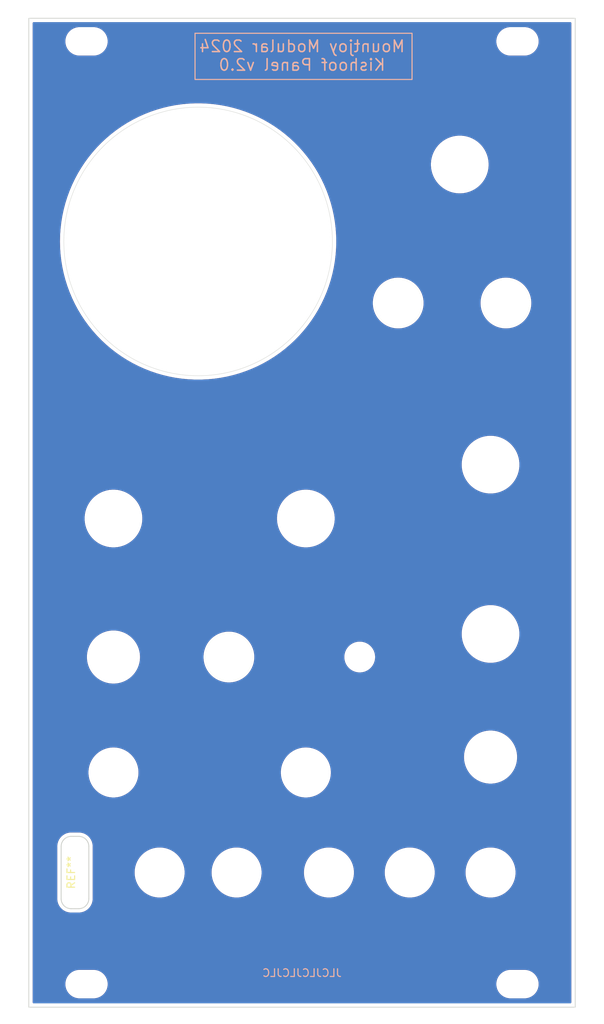
<source format=kicad_pcb>
(kicad_pcb (version 20240108) (generator "pcbnew") (generator_version "8.0")
  (layers (0 "F.Cu" signal) (31 "B.Cu" signal) (34 "B.Paste" user) (35 "F.Paste" user) (36 "B.SilkS" user "B.Silkscreen") (37 "F.SilkS" user "F.Silkscreen") (38 "B.Mask" user) (39 "F.Mask" user) (44 "Edge.Cuts" user))
  (net 0 "")
  (footprint "Custom_Footprints:Thonkiconn_Socket_MountingHole_6mm" (layer "F.Cu") (at 91 128)
    (property "Reference" "Ref**" (hide yes))
    (property "Value" "Thonkiconn_Socket_MountingHole_6mm")
    (pad "" np_thru_hole circle (at 0 0) (size 6 6) (drill 6) (layers "F&B.Cu" "*.Mask"))
  )
  (footprint "Custom_Footprints:MountingHole_6.1mm" (layer "F.Cu") (at 81 113)
    (property "Reference" "Ref**" (hide yes))
    (property "Value" "Thonkikonn_6.1mm")
    (pad "" np_thru_hole circle (at 0 0) (size 6.1 6.1) (drill 6.1) (layers "F&B.Cu" "*.Mask" "F.SilkS"))
  )
  (footprint "Custom_Footprints:Tall_Trimmer_Hole" (layer "F.Cu") (at 115 126)
    (property "Reference" "Ref**" (hide yes))
    (property "Value" "Tall_Trimmer_Hole" (hide yes))
    (pad "" np_thru_hole circle (at 0 0) (size 6.4 6.4) (drill 6.4) (layers "F&B.Cu" "*.Mask"))
  )
  (footprint "Custom_Footprints:Tall_Trimmer_Hole" (layer "F.Cu") (at 66 113)
    (property "Reference" "Ref**" (hide yes))
    (property "Value" "Tall_Trimmer_Hole" (hide yes))
    (pad "" np_thru_hole circle (at 0 0) (size 6.4 6.4) (drill 6.4) (layers "F&B.Cu" "*.Mask"))
  )
  (footprint "Custom_Footprints:MountingHole_6.1mm" (layer "F.Cu") (at 117 67)
    (property "Reference" "Ref**" (hide yes))
    (property "Value" "Thonkikonn_6.1mm")
    (pad "" np_thru_hole circle (at 0 0) (size 6.1 6.1) (drill 6.1) (layers "F&B.Cu" "*.Mask" "F.SilkS"))
  )
  (footprint "Custom_Footprints:Thonkiconn_Socket_MountingHole_6mm" (layer "F.Cu") (at 82 141)
    (property "Reference" "Ref**" (hide yes))
    (property "Value" "Thonkiconn_Socket_MountingHole_6mm")
    (pad "" np_thru_hole circle (at 0 0) (size 6 6) (drill 6) (layers "F&B.Cu" "*.Mask"))
  )
  (footprint "Custom_Footprints:Small_Pushbutton_Hole_3.5mm" (layer "F.Cu") (at 98 113)
    (property "Reference" "Ref**" (hide yes))
    (property "Value" "Push_Button_Hole" (hide yes))
    (pad "" np_thru_hole circle (at 0 0) (size 3.5 3.5) (drill 3.5) (layers "*.Cu" "*.Mask"))
  )
  (footprint "Custom_Footprints:Oval_Mounting_Hole" (layer "F.Cu") (at 118.5 33)
    (property "Reference" "Ref**" (hide yes))
    (property "Value" "Oval_Mounting_Hole" (hide yes))
    (pad "" np_thru_hole oval (at 0 0) (size 5 3.2) (drill oval 5 3.2) (layers "*.Cu" "*.Mask"))
  )
  (footprint "Custom_Footprints:Alpha_9mm_pot_hole" (layer "F.Cu") (at 91 95)
    (property "Reference" "Ref**" (hide yes))
    (property "Value" "Alpha_9mm_pot_hole" (hide yes))
    (pad "" np_thru_hole circle (at 0 0) (size 7 7) (drill 7) (layers "*.Cu" "*.Mask"))
  )
  (footprint "Custom_Footprints:Thonkiconn_Socket_MountingHole_6mm" (layer "F.Cu") (at 72 141)
    (property "Reference" "Ref**" (hide yes))
    (property "Value" "Thonkiconn_Socket_MountingHole_6mm")
    (pad "" np_thru_hole circle (at 0 0) (size 6 6) (drill 6) (layers "*.Cu" "*.Mask"))
  )
  (footprint "Custom_Footprints:Alpha_9mm_pot_hole" (layer "F.Cu") (at 115 88)
    (property "Reference" "Ref**" (hide yes))
    (property "Value" "Alpha_9mm_pot_hole" (hide yes))
    (pad "" np_thru_hole circle (at 0 0) (size 7 7) (drill 7) (layers "*.Cu" "*.Mask"))
  )
  (footprint "Custom_Footprints:Alpha_9mm_pot_hole" (layer "F.Cu") (at 111 49)
    (property "Reference" "Ref**" (hide yes))
    (property "Value" "Alpha_9mm_pot_hole" (hide yes))
    (pad "" np_thru_hole circle (at 0 0) (size 7 7) (drill 7) (layers "*.Cu" "*.Mask"))
  )
  (footprint "Custom_Footprints:Oval_Mounting_Hole" (layer "F.Cu") (at 62.5 155.5)
    (property "Reference" "Ref**" (hide yes))
    (property "Value" "Oval_Mounting_Hole" (hide yes))
    (pad "" np_thru_hole oval (at 0 0) (size 5 3.2) (drill oval 5 3.2) (layers "*.Cu" "*.Mask"))
  )
  (footprint "Custom_Footprints:Thonkiconn_Socket_MountingHole_6mm" (layer "F.Cu") (at 94 141)
    (property "Reference" "Ref**" (hide yes))
    (property "Value" "Thonkiconn_Socket_MountingHole_6mm")
    (pad "" np_thru_hole circle (at 0 0) (size 6 6) (drill 6) (layers "F&B.Cu" "*.Mask"))
  )
  (footprint "Custom_Footprints:MountingHole_6.1mm" (layer "F.Cu") (at 103 67)
    (property "Reference" "Ref**" (hide yes))
    (property "Value" "Thonkikonn_6.1mm")
    (pad "" np_thru_hole circle (at 0 0) (size 6.1 6.1) (drill 6.1) (layers "*.Cu" "*.Mask" "F.SilkS"))
  )
  (footprint "Custom_Footprints:Alpha_9mm_pot_hole" (layer "F.Cu") (at 115 110)
    (property "Reference" "Ref**" (hide yes))
    (property "Value" "Alpha_9mm_pot_hole" (hide yes))
    (pad "" np_thru_hole circle (at 0 0) (size 7 7) (drill 7) (layers "F&B.Cu" "*.Mask"))
  )
  (footprint "Custom_Footprints:Oval_Mounting_Hole" (layer "F.Cu") (at 118.5 155.5)
    (property "Reference" "Ref**" (hide yes))
    (property "Value" "Oval_Mounting_Hole" (hide yes))
    (pad "" np_thru_hole oval (at 0 0) (size 5 3.2) (drill oval 5 3.2) (layers "*.Cu" "*.Mask"))
  )
  (footprint "Custom_Footprints:Alpha_9mm_pot_hole" (layer "F.Cu") (at 66 95)
    (property "Reference" "Ref**" (hide yes))
    (property "Value" "Alpha_9mm_pot_hole" (hide yes))
    (pad "" np_thru_hole circle (at 0 0) (size 7 7) (drill 7) (layers "*.Cu" "*.Mask"))
  )
  (footprint "Custom_Footprints:USB_C_Cutout" (layer "F.Cu") (at 61 141 90)
    (property "Reference" "REF**" (at 0 -0.5 90) (layer "F.SilkS"))
    (property "Value" "USB_C_Cutout")
    (fp_line (start -3.4 -1.8) (end 3.4 -1.8) (stroke (width 0.12)) (layer "Edge.Cuts"))
    (fp_line (start -4.7 -0.5) (end -4.7 0.5) (stroke (width 0.12)) (layer "Edge.Cuts"))
    (fp_line (start 4.7 0.5) (end 4.7 -0.5) (stroke (width 0.12)) (layer "Edge.Cuts"))
    (fp_line (start -3.38 1.8) (end 3.38 1.8) (stroke (width 0.12)) (layer "Edge.Cuts"))
    (fp_arc (start 3.4 -1.8) (mid 4.313703 -1.413703) (end 4.7 -0.5) (stroke (width 0.12)) (layer "Edge.Cuts"))
    (fp_arc (start -4.7 -0.5) (mid -4.319239 -1.419239) (end -3.4 -1.8) (stroke (width 0.12)) (layer "Edge.Cuts"))
    (fp_arc (start 4.7 0.5) (mid 4.306876 1.42048) (end 3.380761 1.80014) (stroke (width 0.12)) (layer "Edge.Cuts"))
    (fp_arc (start -3.380761 1.80014) (mid -4.306876 1.420481) (end -4.7 0.5) (stroke (width 0.12)) (layer "Edge.Cuts"))
  )
  (footprint "Custom_Footprints:Thonkiconn_Socket_MountingHole_6mm" (layer "F.Cu") (at 66 128)
    (property "Reference" "Ref**" (hide yes))
    (property "Value" "Thonkiconn_Socket_MountingHole_6mm")
    (pad "" np_thru_hole circle (at 0 0) (size 6 6) (drill 6) (layers "F&B.Cu" "*.Mask"))
  )
  (footprint "Custom_Footprints:Thonkiconn_Socket_MountingHole_6mm" (layer "F.Cu") (at 115 141)
    (property "Reference" "Ref**" (hide yes))
    (property "Value" "Thonkiconn_Socket_MountingHole_6mm")
    (pad "" np_thru_hole circle (at 0 0) (size 6 6) (drill 6) (layers "F&B.Cu" "*.Mask"))
  )
  (footprint "Graphics:KishoofLogo" (layer "F.Cu") (at 90.6 34.55)
    (property "Reference" "G***" (hide yes))
    (property "Value" "LOGO" (hide yes))
  )
  (footprint "Custom_Footprints:Oval_Mounting_Hole" (layer "F.Cu") (at 62.5 33)
    (property "Reference" "Ref**" (hide yes))
    (property "Value" "Oval_Mounting_Hole" (hide yes))
    (pad "" np_thru_hole oval (at 0 0) (size 5 3.2) (drill oval 5 3.2) (layers "*.Cu" "*.Mask"))
  )
  (footprint "Custom_Footprints:Thonkiconn_Socket_MountingHole_6mm" (layer "F.Cu") (at 104.5 141)
    (property "Reference" "Ref**" (hide yes))
    (property "Value" "Thonkiconn_Socket_MountingHole_6mm")
    (pad "" np_thru_hole circle (at 0 0) (size 6 6) (drill 6) (layers "F&B.Cu" "*.Mask"))
  )
  (gr_rect (start 76.6 31.95) (end 104.8 37.95) (stroke (width 0.15)) (fill none) (layer "B.SilkS"))
  (gr_circle (center 77 59) (end 94.45 59) (stroke (width 0.05)) (fill none) (layer "Edge.Cuts"))
  (gr_rect (start 55 30) (end 126 158.5) (stroke (width 0.1)) (fill none) (layer "Edge.Cuts"))
  (gr_text "JLCJLCJLCJLC" (at 90.5 154.05 0) (layer "B.SilkS") (effects (font (size 1 1)) (justify mirror)))
  (gr_text "Mountjoy Modular 2024\nKishoof Panel v2.0" (at 90.5 34.85 0) (layer "B.SilkS") (effects (font (size 1.5 1.5) (thickness 0.2)) (justify mirror)))
  (zone (net 0) (net_name "") (layers "F&B.Cu") (connect_pads (clearance 0)) (min_thickness 0.254) (fill yes (thermal_gap 0.508) (thermal_bridge_width 0.508))
    (polygon (pts (xy 128 160) (xy 54.1 160.4) (xy 54.1 29.4) (xy 128 29)))
  )
)
</source>
